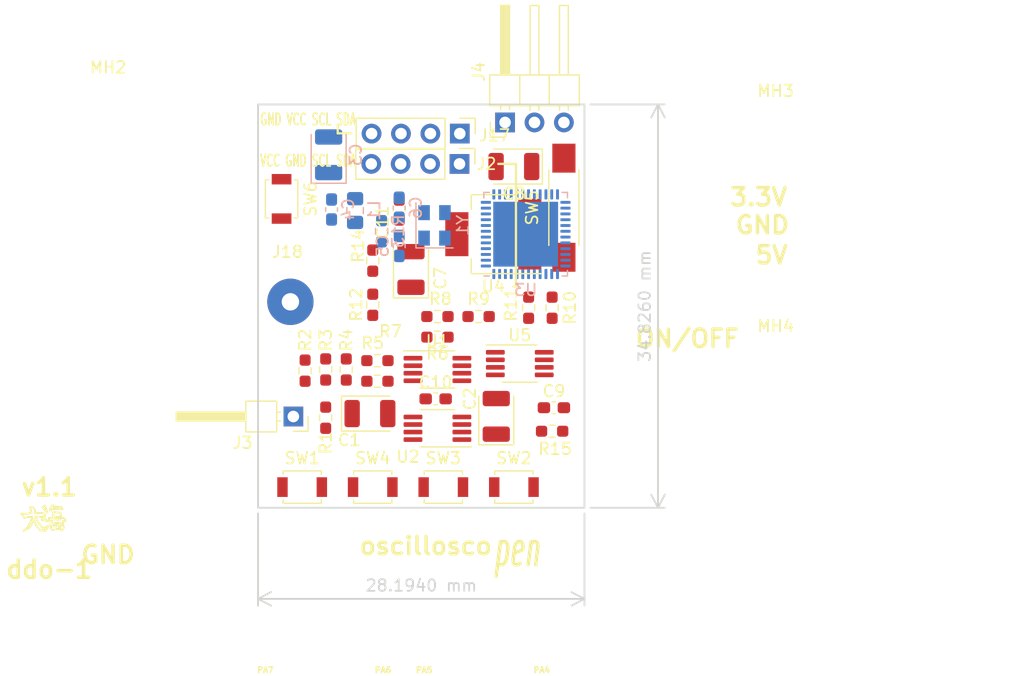
<source format=kicad_pcb>
(kicad_pcb (version 20211014) (generator pcbnew)
  (layers (0 "F.Cu" signal) (31 "B.Cu" signal) (34 "B.Paste" user) (35 "F.Paste" user) (36 "B.SilkS" user "B.Silkscreen") (37 "F.SilkS" user "F.Silkscreen") (38 "B.Mask" user) (39 "F.Mask" user) (44 "Edge.Cuts" user))
  (net 0 "")
  (net 1 "GNDREF")
  (net 2 "Net-(C2-Pad2)")
  (net 3 "Net-(C2-Pad1)")
  (net 4 "Net-(C5-Pad2)")
  (net 5 "Net-(C6-Pad2)")
  (net 6 "/SWCLK")
  (net 7 "/SWDIO")
  (net 8 "VDD")
  (net 9 "/SDA")
  (net 10 "/SCL")
  (net 11 "Net-(R1-Pad1)")
  (net 12 "Net-(R2-Pad1)")
  (net 13 "Net-(R4-Pad1)")
  (net 14 "Net-(R5-Pad1)")
  (net 15 "Net-(R7-Pad1)")
  (net 16 "Net-(R8-Pad1)")
  (net 17 "Net-(R10-Pad1)")
  (net 18 "Net-(R12-Pad2)")
  (net 19 "/KEY1")
  (net 20 "/KEY2")
  (net 21 "/KEY3")
  (net 22 "/KEY4")
  (net 23 "Net-(J3-Pad1)")
  (net 24 "+5V")
  (net 25 "-3V3")
  (net 26 "/RESET#")
  (net 27 "/PA1")
  (net 28 "/PA2")
  (net 29 "/PA3")
  (net 30 "/PA8")
  (net 31 "/PA9")
  (net 32 "/PA10")
  (net 33 "/PA11")
  (net 34 "/PA12")
  (net 35 "/PA15")
  (net 36 "/PC15")
  (net 37 "/PC14")
  (net 38 "/PC13")
  (net 39 "/PB0")
  (net 40 "/PB1")
  (net 41 "/PB2")
  (net 42 "/PB3")
  (net 43 "/PB4")
  (net 44 "/PB5")
  (net 45 "/PB8")
  (net 46 "/PB9")
  (net 47 "/PB11")
  (net 48 "/PB10")
  (net 49 "/PB12")
  (net 50 "/PB15")
  (net 51 "/PB14")
  (net 52 "/PB13")
  (net 53 "/VBAT")
  (net 54 "Net-(U1-Pad5)")
  (net 55 "/VDDA")
  (net 65 "Net-(J4-Pad3)")
  (footprint "Capacitor_Tantalum_SMD:CP_EIA-3528-21_Kemet-B" (layer "F.Cu") (at 234.2015 107.188)
    (fp_text reference "C1" (at -1.7915 2.286) (layer "F.SilkS"))
    (fp_text value "10u")
    (pad "1" smd roundrect (at -1.5375 0) (size 1.325 2.35) (layers "F.Cu" "F.Paste" "F.Mask") (roundrect_rratio 0.188679) (net 1 "GNDREF"))
    (pad "2" smd roundrect (at 1.5375 0) (size 1.325 2.35) (layers "F.Cu" "F.Paste" "F.Mask") (roundrect_rratio 0.188679) (net 25 "-3V3"))
  )
  (footprint "Capacitor_Tantalum_SMD:CP_EIA-3528-21_Kemet-B" (layer "F.Cu") (at 245.11 107.4285 90)
    (fp_text reference "C2" (at 1.5105 -2.286 90) (layer "F.SilkS"))
    (fp_text value "10u")
    (pad "1" smd roundrect (at -1.5375 0 90) (size 1.325 2.35) (layers "F.Cu" "F.Paste" "F.Mask") (roundrect_rratio 0.188679) (net 3 "Net-(C2-Pad1)"))
    (pad "2" smd roundrect (at 1.5375 0 90) (size 1.325 2.35) (layers "F.Cu" "F.Paste" "F.Mask") (roundrect_rratio 0.188679) (net 2 "Net-(C2-Pad2)"))
  )
  (footprint "Capacitor_Tantalum_SMD:CP_EIA-3528-21_Kemet-B" (layer "F.Cu") (at 237.744 94.742 90)
    (fp_text reference "C7" (at -0.762 2.54 90) (layer "F.SilkS"))
    (fp_text value "100u")
    (pad "1" smd roundrect (at -1.5375 0 90) (size 1.325 2.35) (layers "F.Cu" "F.Paste" "F.Mask") (roundrect_rratio 0.188679) (net 8 "VDD"))
    (pad "2" smd roundrect (at 1.5375 0 90) (size 1.325 2.35) (layers "F.Cu" "F.Paste" "F.Mask") (roundrect_rratio 0.188679) (net 1 "GNDREF"))
  )
  (footprint "Capacitor_Tantalum_SMD:CP_EIA-3528-21_Kemet-B" (layer "F.Cu") (at 246.634 85.852 180)
    (fp_text reference "C8" (at 0 -2.35) (layer "F.SilkS"))
    (fp_text value "10u")
    (pad "1" smd roundrect (at -1.5375 0 180) (size 1.325 2.35) (layers "F.Cu" "F.Paste" "F.Mask") (roundrect_rratio 0.188679) (net 24 "+5V"))
    (pad "2" smd roundrect (at 1.5375 0 180) (size 1.325 2.35) (layers "F.Cu" "F.Paste" "F.Mask") (roundrect_rratio 0.188679) (net 1 "GNDREF"))
  )
  (footprint "Resistor_SMD:R_0603_1608Metric_Pad0.98x0.95mm_HandSolder" (layer "F.Cu") (at 230.378 107.5455 -90)
    (fp_text reference "R1" (at 2.1825 0 90) (layer "F.SilkS"))
    (fp_text value "3M")
    (pad "1" smd roundrect (at -0.9125 0 270) (size 0.975 0.95) (layers "F.Cu" "F.Paste" "F.Mask") (net 11 "Net-(R1-Pad1)"))
    (pad "2" smd roundrect (at 0.9125 0 270) (size 0.975 0.95) (layers "F.Cu" "F.Paste" "F.Mask") (net 23 "Net-(J3-Pad1)"))
  )
  (footprint "Resistor_SMD:R_0603_1608Metric_Pad0.98x0.95mm_HandSolder" (layer "F.Cu") (at 228.6 103.4815 -90)
    (fp_text reference "R2" (at -2.6435 0 -90) (layer "F.SilkS"))
    (fp_text value "1M")
    (pad "1" smd roundrect (at -0.9125 0 270) (size 0.975 0.95) (layers "F.Cu" "F.Paste" "F.Mask") (net 12 "Net-(R2-Pad1)"))
    (pad "2" smd roundrect (at 0.9125 0 270) (size 0.975 0.95) (layers "F.Cu" "F.Paste" "F.Mask") (net 11 "Net-(R1-Pad1)"))
  )
  (footprint "Resistor_SMD:R_0603_1608Metric_Pad0.98x0.95mm_HandSolder" (layer "F.Cu") (at 230.378 103.378 -90)
    (fp_text reference "R3" (at -2.54 0 -90) (layer "F.SilkS"))
    (fp_text value "1M")
    (pad "1" smd roundrect (at -0.9125 0 270) (size 0.975 0.95) (layers "F.Cu" "F.Paste" "F.Mask") (net 12 "Net-(R2-Pad1)"))
    (pad "2" smd roundrect (at 0.9125 0 270) (size 0.975 0.95) (layers "F.Cu" "F.Paste" "F.Mask") (net 11 "Net-(R1-Pad1)"))
  )
  (footprint "Resistor_SMD:R_0603_1608Metric_Pad0.98x0.95mm_HandSolder" (layer "F.Cu") (at 232.156 103.378 90)
    (fp_text reference "R4" (at 2.54 0 90) (layer "F.SilkS"))
    (fp_text value "1M")
    (pad "1" smd roundrect (at -0.9125 0 90) (size 0.975 0.95) (layers "F.Cu" "F.Paste" "F.Mask") (net 13 "Net-(R4-Pad1)"))
    (pad "2" smd roundrect (at 0.9125 0 90) (size 0.975 0.95) (layers "F.Cu" "F.Paste" "F.Mask") (net 12 "Net-(R2-Pad1)"))
  )
  (footprint "Resistor_SMD:R_0603_1608Metric_Pad0.98x0.95mm_HandSolder" (layer "F.Cu") (at 234.8465 104.394 180)
    (fp_text reference "R5" (at 0.4045 3.302 180) (layer "F.SilkS"))
    (fp_text value "1M")
    (pad "1" smd roundrect (at -0.9125 0 180) (size 0.975 0.95) (layers "F.Cu" "F.Paste" "F.Mask") (net 14 "Net-(R5-Pad1)"))
    (pad "2" smd roundrect (at 0.9125 0 180) (size 0.975 0.95) (layers "F.Cu" "F.Paste" "F.Mask") (net 13 "Net-(R4-Pad1)"))
  )
  (footprint "Resistor_SMD:R_0603_1608Metric_Pad0.98x0.95mm_HandSolder" (layer "F.Cu") (at 240.03 100.584 180)
    (fp_text reference "R6" (at 0 -1.43) (layer "F.SilkS"))
    (fp_text value "1M")
    (pad "1" smd roundrect (at -0.9125 0 180) (size 0.975 0.95) (layers "F.Cu" "F.Paste" "F.Mask") (net 1 "GNDREF"))
    (pad "2" smd roundrect (at 0.9125 0 180) (size 0.975 0.95) (layers "F.Cu" "F.Paste" "F.Mask") (net 14 "Net-(R5-Pad1)"))
  )
  (footprint "Resistor_SMD:R_0603_1608Metric_Pad0.98x0.95mm_HandSolder" (layer "F.Cu") (at 234.8465 102.616 180)
    (fp_text reference "R7" (at -1.1195 2.54 180) (layer "F.SilkS"))
    (fp_text value "1M")
    (pad "1" smd roundrect (at -0.9125 0 180) (size 0.975 0.95) (layers "F.Cu" "F.Paste" "F.Mask") (net 15 "Net-(R7-Pad1)"))
    (pad "2" smd roundrect (at 0.9125 0 180) (size 0.975 0.95) (layers "F.Cu" "F.Paste" "F.Mask") (net 12 "Net-(R2-Pad1)"))
  )
  (footprint "Resistor_SMD:R_0603_1608Metric_Pad0.98x0.95mm_HandSolder" (layer "F.Cu") (at 240.03 98.806 180)
    (fp_text reference "R8" (at -0.254 1.524) (layer "F.SilkS"))
    (fp_text value "1M")
    (pad "1" smd roundrect (at -0.9125 0 180) (size 0.975 0.95) (layers "F.Cu" "F.Paste" "F.Mask") (net 16 "Net-(R8-Pad1)"))
    (pad "2" smd roundrect (at 0.9125 0 180) (size 0.975 0.95) (layers "F.Cu" "F.Paste" "F.Mask") (net 15 "Net-(R7-Pad1)"))
  )
  (footprint "Resistor_SMD:R_0603_1608Metric_Pad0.98x0.95mm_HandSolder" (layer "F.Cu") (at 243.586 98.806 180)
    (fp_text reference "R9" (at 0 1.524) (layer "F.SilkS"))
    (fp_text value "1M")
    (pad "1" smd roundrect (at -0.9125 0 180) (size 0.975 0.95) (layers "F.Cu" "F.Paste" "F.Mask") (net 1 "GNDREF"))
    (pad "2" smd roundrect (at 0.9125 0 180) (size 0.975 0.95) (layers "F.Cu" "F.Paste" "F.Mask") (net 16 "Net-(R8-Pad1)"))
  )
  (footprint "Resistor_SMD:R_0603_1608Metric_Pad0.98x0.95mm_HandSolder" (layer "F.Cu") (at 247.904 98.044 -90)
    (fp_text reference "R11" (at -0.254 1.524 -90) (layer "F.SilkS"))
    (fp_text value "1k")
    (pad "1" smd roundrect (at -0.9125 0 270) (size 0.975 0.95) (layers "F.Cu" "F.Paste" "F.Mask") (net 1 "GNDREF"))
    (pad "2" smd roundrect (at 0.9125 0 270) (size 0.975 0.95) (layers "F.Cu" "F.Paste" "F.Mask") (net 17 "Net-(R10-Pad1)"))
  )
  (footprint "Resistor_SMD:R_0603_1608Metric_Pad0.98x0.95mm_HandSolder" (layer "F.Cu") (at 234.442 97.79 90)
    (fp_text reference "R12" (at 0 -1.43 90) (layer "F.SilkS"))
    (fp_text value "1k")
    (pad "1" smd roundrect (at -0.9125 0 90) (size 0.975 0.95) (layers "F.Cu" "F.Paste" "F.Mask") (net 1 "GNDREF"))
    (pad "2" smd roundrect (at 0.9125 0 90) (size 0.975 0.95) (layers "F.Cu" "F.Paste" "F.Mask") (net 18 "Net-(R12-Pad2)"))
  )
  (footprint "Button_Switch_SMD:SW_SPST_B3U-1000P-B" (layer "F.Cu") (at 228.346 113.538)
    (fp_text reference "SW1" (at 0 -2.5) (layer "F.SilkS"))
    (fp_text value "SW_Push")
    (pad "" np_thru_hole circle (at 0 0) (size 0.8 0.8) (drill 0.8) (layers *.Cu *.Mask))
    (pad "1" smd rect (at -1.7 0) (size 0.9 1.7) (layers "F.Cu" "F.Paste" "F.Mask") (net 19 "/KEY1"))
    (pad "2" smd rect (at 1.7 0) (size 0.9 1.7) (layers "F.Cu" "F.Paste" "F.Mask") (net 1 "GNDREF"))
  )
  (footprint "Button_Switch_SMD:SW_SPST_B3U-1000P-B" (layer "F.Cu") (at 246.634 113.538)
    (fp_text reference "SW2" (at 0 -2.5) (layer "F.SilkS"))
    (fp_text value "SW_Push")
    (pad "" np_thru_hole circle (at 0 0) (size 0.8 0.8) (drill 0.8) (layers *.Cu *.Mask))
    (pad "1" smd rect (at -1.7 0) (size 0.9 1.7) (layers "F.Cu" "F.Paste" "F.Mask") (net 20 "/KEY2"))
    (pad "2" smd rect (at 1.7 0) (size 0.9 1.7) (layers "F.Cu" "F.Paste" "F.Mask") (net 1 "GNDREF"))
  )
  (footprint "Button_Switch_SMD:SW_SPST_B3U-1000P-B" (layer "F.Cu") (at 240.538 113.538)
    (fp_text reference "SW3" (at 0 -2.5) (layer "F.SilkS"))
    (fp_text value "SW_Push")
    (pad "" np_thru_hole circle (at 0 0) (size 0.8 0.8) (drill 0.8) (layers *.Cu *.Mask))
    (pad "1" smd rect (at -1.7 0) (size 0.9 1.7) (layers "F.Cu" "F.Paste" "F.Mask") (net 21 "/KEY3"))
    (pad "2" smd rect (at 1.7 0) (size 0.9 1.7) (layers "F.Cu" "F.Paste" "F.Mask") (net 1 "GNDREF"))
  )
  (footprint "Button_Switch_SMD:SW_SPST_B3U-1000P-B" (layer "F.Cu") (at 234.442 113.538)
    (fp_text reference "SW4" (at 0 -2.5) (layer "F.SilkS"))
    (fp_text value "SW_Push")
    (pad "" np_thru_hole circle (at 0 0) (size 0.8 0.8) (drill 0.8) (layers *.Cu *.Mask))
    (pad "1" smd rect (at -1.7 0) (size 0.9 1.7) (layers "F.Cu" "F.Paste" "F.Mask") (net 22 "/KEY4"))
    (pad "2" smd rect (at 1.7 0) (size 0.9 1.7) (layers "F.Cu" "F.Paste" "F.Mask") (net 1 "GNDREF"))
  )
  (footprint "Package_SO:MSOP-8_3x3mm_P0.65mm" (layer "F.Cu") (at 240.03 103.378)
    (fp_text reference "U1" (at 0 -2.45) (layer "F.SilkS"))
    (fp_text value "AD623AN")
    (pad "1" smd roundrect (at -2.1125 -0.975) (size 1.625 0.4) (layers "F.Cu" "F.Paste" "F.Mask"))
    (pad "2" smd roundrect (at -2.1125 -0.325) (size 1.625 0.4) (layers "F.Cu" "F.Paste" "F.Mask") (net 15 "Net-(R7-Pad1)"))
    (pad "3" smd roundrect (at -2.1125 0.325) (size 1.625 0.4) (layers "F.Cu" "F.Paste" "F.Mask") (net 14 "Net-(R5-Pad1)"))
    (pad "4" smd roundrect (at -2.1125 0.975) (size 1.625 0.4) (layers "F.Cu" "F.Paste" "F.Mask") (net 25 "-3V3"))
    (pad "5" smd roundrect (at 2.1125 0.975) (size 1.625 0.4) (layers "F.Cu" "F.Paste" "F.Mask") (net 54 "Net-(U1-Pad5)"))
    (pad "6" smd roundrect (at 2.1125 0.325) (size 1.625 0.4) (layers "F.Cu" "F.Paste" "F.Mask") (net 18 "Net-(R12-Pad2)"))
    (pad "7" smd roundrect (at 2.1125 -0.325) (size 1.625 0.4) (layers "F.Cu" "F.Paste" "F.Mask") (net 8 "VDD"))
    (pad "8" smd roundrect (at 2.1125 -0.975) (size 1.625 0.4) (layers "F.Cu" "F.Paste" "F.Mask"))
  )
  (footprint "Package_SO:MSOP-8_3x3mm_P0.65mm" (layer "F.Cu") (at 240.03 108.458 180)
    (fp_text reference "U2" (at 2.54 -2.45 180) (layer "F.SilkS"))
    (fp_text value "ICL7660")
    (pad "1" smd roundrect (at -2.1125 -0.975 180) (size 1.625 0.4) (layers "F.Cu" "F.Paste" "F.Mask"))
    (pad "2" smd roundrect (at -2.1125 -0.325 180) (size 1.625 0.4) (layers "F.Cu" "F.Paste" "F.Mask") (net 3 "Net-(C2-Pad1)"))
    (pad "3" smd roundrect (at -2.1125 0.325 180) (size 1.625 0.4) (layers "F.Cu" "F.Paste" "F.Mask") (net 1 "GNDREF"))
    (pad "4" smd roundrect (at -2.1125 0.975 180) (size 1.625 0.4) (layers "F.Cu" "F.Paste" "F.Mask") (net 2 "Net-(C2-Pad2)"))
    (pad "5" smd roundrect (at 2.1125 0.975 180) (size 1.625 0.4) (layers "F.Cu" "F.Paste" "F.Mask") (net 25 "-3V3"))
    (pad "6" smd roundrect (at 2.1125 0.325 180) (size 1.625 0.4) (layers "F.Cu" "F.Paste" "F.Mask"))
    (pad "7" smd roundrect (at 2.1125 -0.325 180) (size 1.625 0.4) (layers "F.Cu" "F.Paste" "F.Mask"))
    (pad "8" smd roundrect (at 2.1125 -0.975 180) (size 1.625 0.4) (layers "F.Cu" "F.Paste" "F.Mask") (net 8 "VDD"))
  )
  (footprint "Package_TO_SOT_SMD:SOT-223-3_TabPin2" (layer "F.Cu") (at 244.856 91.694 180)
    (fp_text reference "U4" (at 0 -4.5) (layer "F.SilkS"))
    (fp_text value "AP1117-33")
    (pad "1" smd rect locked (at -3.15 -2.3 180) (size 2 1.5) (layers "F.Cu" "F.Paste" "F.Mask") (net 1 "GNDREF"))
    (pad "2" smd rect locked (at 3.15 0 180) (size 2 3.8) (layers "F.Cu" "F.Paste" "F.Mask") (net 8 "VDD"))
    (pad "2" smd rect locked (at -3.15 0 180) (size 2 1.5) (layers "F.Cu" "F.Paste" "F.Mask") (net 8 "VDD"))
    (pad "3" smd rect locked (at -3.15 2.3 180) (size 2 1.5) (layers "F.Cu" "F.Paste" "F.Mask") (net 24 "+5V"))
  )
  (footprint "Connector_PinHeader_2.54mm:PinHeader_1x04_P2.54mm_Vertical" (layer "F.Cu") (at 241.935 85.6234 -90)
    (fp_text reference "J2" (at 0 -2.33) (layer "F.SilkS"))
    (fp_text value "OLED")
    (pad "1" thru_hole rect locked (at 0 0 270) (size 1.7 1.7) (drill 1) (layers *.Cu *.Mask) (net 9 "/SDA"))
    (pad "2" thru_hole oval locked (at 0 2.54 270) (size 1.7 1.7) (drill 1) (layers *.Cu *.Mask) (net 10 "/SCL"))
    (pad "3" thru_hole oval locked (at 0 5.08 270) (size 1.7 1.7) (drill 1) (layers *.Cu *.Mask) (net 1 "GNDREF"))
    (pad "4" thru_hole oval locked (at 0 7.62 270) (size 1.7 1.7) (drill 1) (layers *.Cu *.Mask) (net 8 "VDD"))
  )
  (footprint "Capacitor_SMD:C_0603_1608Metric_Pad1.08x0.95mm_HandSolder" (layer "F.Cu") (at 236.728 89.5615 90)
    (fp_text reference "C11" (at -1.1165 -1.43 90) (layer "F.SilkS"))
    (fp_text value "100n")
    (pad "1" smd roundrect (at -0.8625 0 90) (size 1.075 0.95) (layers "F.Cu" "F.Paste" "F.Mask") (net 26 "/RESET#"))
    (pad "2" smd roundrect (at 0.8625 0 90) (size 1.075 0.95) (layers "F.Cu" "F.Paste" "F.Mask") (net 1 "GNDREF"))
  )
  (footprint "Resistor_SMD:R_0603_1608Metric_Pad0.98x0.95mm_HandSolder" (layer "F.Cu") (at 249.936 108.712)
    (fp_text reference "R15" (at 0.254724 1.524) (layer "F.SilkS"))
    (fp_text value "10k")
    (pad "1" smd roundrect (at -0.9125 0) (size 0.975 0.95) (layers "F.Cu" "F.Paste" "F.Mask") (net 8 "VDD"))
    (pad "2" smd roundrect (at 0.9125 0) (size 0.975 0.95) (layers "F.Cu" "F.Paste" "F.Mask") (net 26 "/RESET#"))
  )
  (footprint "Button_Switch_SMD:SW_SPST_B3U-1000P-B" (layer "F.Cu") (at 226.568 88.646 -90)
    (fp_text reference "SW6" (at 0 -2.5 90) (layer "F.SilkS"))
    (fp_text value "RESET")
    (pad "" np_thru_hole circle (at 0 0 270) (size 0.8 0.8) (drill 0.8) (layers *.Cu *.Mask))
    (pad "1" smd rect (at -1.7 0 270) (size 0.9 1.7) (layers "F.Cu" "F.Paste" "F.Mask") (net 26 "/RESET#"))
    (pad "2" smd rect (at 1.7 0 270) (size 0.9 1.7) (layers "F.Cu" "F.Paste" "F.Mask") (net 1 "GNDREF"))
  )
  (footprint "Symbol:dahai_tiny" (layer "F.Cu") (at 206.1591 118.4035)
    (fp_text reference "REF**")
    (fp_text value "dahai_tiny")
  )
  (footprint "Connector_PinHeader_2.54mm:PinHeader_1x04_P2.54mm_Vertical" (layer "F.Cu") (at 241.9604 83.0072 -90)
    (fp_text reference "J17" (at 0.1524 -2.9972) (layer "F.SilkS"))
    (fp_text value "OLED")
    (pad "1" thru_hole rect locked (at 0 0 270) (size 1.7 1.7) (drill 1) (layers *.Cu *.Mask) (net 9 "/SDA"))
    (pad "2" thru_hole oval locked (at 0 2.54 270) (size 1.7 1.7) (drill 1) (layers *.Cu *.Mask) (net 10 "/SCL"))
    (pad "3" thru_hole oval locked (at 0 5.08 270) (size 1.7 1.7) (drill 1) (layers *.Cu *.Mask) (net 8 "VDD"))
    (pad "4" thru_hole oval locked (at 0 7.62 270) (size 1.7 1.7) (drill 1) (layers *.Cu *.Mask) (net 1 "GNDREF"))
  )
  (footprint "Resistor_SMD:R_0603_1608Metric_Pad0.98x0.95mm_HandSolder" (layer "F.Cu") (at 234.442 93.98 -90)
    (fp_text reference "R14" (at -1.27 1.27 90) (layer "F.SilkS"))
    (fp_text value "n/a")
    (pad "1" smd roundrect (at -0.9125 0 270) (size 0.975 0.95) (layers "F.Cu" "F.Paste" "F.Mask") (net 8 "VDD"))
    (pad "2" smd roundrect (at 0.9125 0 270) (size 0.975 0.95) (layers "F.Cu" "F.Paste" "F.Mask") (net 18 "Net-(R12-Pad2)"))
  )
  (footprint "Capacitor_SMD:C_0603_1608Metric_Pad1.08x0.95mm_HandSolder" (layer "F.Cu") (at 250.0895 106.68)
    (fp_text reference "C9" (at 0 -1.43) (layer "F.SilkS"))
    (fp_text value "100n")
    (pad "1" smd roundrect (at -0.8625 0) (size 1.075 0.95) (layers "F.Cu" "F.Paste" "F.Mask") (net 8 "VDD"))
    (pad "2" smd roundrect (at 0.8625 0) (size 1.075 0.95) (layers "F.Cu" "F.Paste" "F.Mask") (net 1 "GNDREF"))
  )
  (footprint "Capacitor_SMD:C_0603_1608Metric_Pad1.08x0.95mm_HandSolder" (layer "F.Cu") (at 239.8765 105.918)
    (fp_text reference "C10" (at 0 -1.43) (layer "F.SilkS"))
    (fp_text value "100n")
    (pad "1" smd roundrect (at -0.8625 0) (size 1.075 0.95) (layers "F.Cu" "F.Paste" "F.Mask") (net 25 "-3V3"))
    (pad "2" smd roundrect (at 0.8625 0) (size 1.075 0.95) (layers "F.Cu" "F.Paste" "F.Mask") (net 1 "GNDREF"))
  )
  (footprint "Connector_PinHeader_2.54mm:PinHeader_1x01_P2.54mm_Horizontal" (layer "F.Cu") (at 227.584 107.442 180)
    (fp_text reference "J3" (at 4.385 -2.27) (layer "F.SilkS"))
    (fp_text value "tip")
    (pad "1" thru_hole rect (at 0 0 180) (size 1.7 1.7) (drill 1) (layers *.Cu *.Mask) (net 23 "Net-(J3-Pad1)"))
  )
  (footprint "Package_SO:MSOP-8_3x3mm_P0.65mm" (layer "F.Cu") (at 247.142 102.87)
    (fp_text reference "U5" (at 0 -2.45) (layer "F.SilkS"))
    (fp_text value "XXX")
    (pad "1" smd roundrect (at -2.1125 -0.975) (size 1.625 0.4) (layers "F.Cu" "F.Paste" "F.Mask"))
    (pad "2" smd roundrect (at -2.1125 -0.325) (size 1.625 0.4) (layers "F.Cu" "F.Paste" "F.Mask") (net 54 "Net-(U1-Pad5)"))
    (pad "3" smd roundrect (at -2.1125 0.325) (size 1.625 0.4) (layers "F.Cu" "F.Paste" "F.Mask") (net 17 "Net-(R10-Pad1)"))
    (pad "4" smd roundrect (at -2.1125 0.975) (size 1.625 0.4) (layers "F.Cu" "F.Paste" "F.Mask") (net 1 "GNDREF"))
    (pad "5" smd roundrect (at 2.1125 0.975) (size 1.625 0.4) (layers "F.Cu" "F.Paste" "F.Mask"))
    (pad "6" smd roundrect (at 2.1125 0.325) (size 1.625 0.4) (layers "F.Cu" "F.Paste" "F.Mask") (net 54 "Net-(U1-Pad5)"))
    (pad "7" smd roundrect (at 2.1125 -0.325) (size 1.625 0.4) (layers "F.Cu" "F.Paste" "F.Mask") (net 8 "VDD"))
    (pad "8" smd roundrect (at 2.1125 -0.975) (size 1.625 0.4) (layers "F.Cu" "F.Paste" "F.Mask"))
  )
  (footprint "Connector_PinHeader_2.54mm:PinHeader_1x03_P2.54mm_Horizontal" (layer "F.Cu") (at 245.872 82.042 90)
    (fp_text reference "J4" (at 4.385 -2.27 90) (layer "F.SilkS"))
    (fp_text value "power")
    (pad "1" thru_hole rect (at 0 0 90) (size 1.7 1.7) (drill 1) (layers *.Cu *.Mask) (net 8 "VDD"))
    (pad "2" thru_hole oval (at 0 2.54 90) (size 1.7 1.7) (drill 1) (layers *.Cu *.Mask) (net 1 "GNDREF"))
    (pad "3" thru_hole oval (at 0 5.08 90) (size 1.7 1.7) (drill 1) (layers *.Cu *.Mask) (net 65 "Net-(J4-Pad3)"))
  )
  (footprint "Button_Switch_SMD:SW_SPST_REED_CT05-XXXX-G1" (layer "F.Cu") (at 250.952 89.408 -90)
    (fp_text reference "SW5" (at 0 2.75 90) (layer "F.SilkS"))
    (fp_text value "POWER")
    (pad "1" smd rect (at -4.28 0 270) (size 2.5 2) (layers "F.Cu" "F.Paste" "F.Mask") (net 65 "Net-(J4-Pad3)"))
    (pad "2" smd rect (at 4.28 0 270) (size 2.5 2) (layers "F.Cu" "F.Paste" "F.Mask") (net 24 "+5V"))
  )
  (footprint "Resistor_SMD:R_0603_1608Metric_Pad0.98x0.95mm_HandSolder" (layer "F.Cu") (at 249.936 98.044 90)
    (fp_text reference "R10" (at 0 1.524 90) (layer "F.SilkS"))
    (fp_text value "1k")
    (pad "1" smd roundrect (at -0.9125 0 90) (size 0.975 0.95) (layers "F.Cu" "F.Paste" "F.Mask") (net 17 "Net-(R10-Pad1)"))
    (pad "2" smd roundrect (at 0.9125 0 90) (size 0.975 0.95) (layers "F.Cu" "F.Paste" "F.Mask") (net 8 "VDD"))
  )
  (footprint "MountingHole:MountingHole_3.5mm" (layer "F.Cu") (at 211.582 104.14)
    (fp_text reference "MH1")
    (fp_text value "MountingHole")
    (pad "" np_thru_hole circle locked (at 0 0) (size 3.5 3.5) (drill 3.5) (layers *.Cu *.Mask))
  )
  (footprint "Connector_Wire:SolderWirePad_1x01_Drill1.5mm" (layer "F.Cu") (at 227.33 97.536)
    (fp_text reference "J18" (at -0.254 -4.318) (layer "F.SilkS"))
    (fp_text value "GND")
    (pad "1" thru_hole circle locked (at 0 0) (size 4.0005 4.0005) (drill 1.50114) (layers *.Cu *.Mask) (net 1 "GNDREF"))
  )
  (footprint "MountingHole:MountingHole_3.5mm" (layer "F.Cu") (at 211.582 81.788)
    (fp_text reference "MH2" (at 0 -4.5) (layer "F.SilkS"))
    (fp_text value "MountingHole")
    (pad "" np_thru_hole circle locked (at 0 0) (size 3.5 3.5) (drill 3.5) (layers *.Cu *.Mask))
  )
  (footprint "MountingHole:MountingHole_3.5mm" (layer "F.Cu") (at 269.24 83.82)
    (fp_text reference "MH3" (at 0 -4.5) (layer "F.SilkS"))
    (fp_text value "MountingHole")
    (pad "" np_thru_hole circle locked (at 0 0) (size 3.5 3.5) (drill 3.5) (layers *.Cu *.Mask))
  )
  (footprint "MountingHole:MountingHole_3.5mm" (layer "F.Cu") (at 269.24 104.14)
    (fp_text reference "MH4" (at 0 -4.5) (layer "F.SilkS"))
    (fp_text value "MountingHole")
    (pad "" np_thru_hole circle locked (at 0 0) (size 3.5 3.5) (drill 3.5) (layers *.Cu *.Mask))
  )
  (footprint "Capacitor_Tantalum_SMD:CP_EIA-3528-21_Kemet-B" (layer "B.Cu") (at 230.632 84.836 90)
    (fp_text reference "C3" (at 0 2.35 90) (layer "B.SilkS") (effects (justify mirror)))
    (fp_text value "10u")
    (pad "1" smd roundrect (at -1.5375 0 90) (size 1.325 2.35) (layers "B.Cu" "B.Paste" "B.Mask") (roundrect_rratio 0.188679) (net 55 "/VDDA"))
    (pad "2" smd roundrect (at 1.5375 0 90) (size 1.325 2.35) (layers "B.Cu" "B.Paste" "B.Mask") (roundrect_rratio 0.188679) (net 1 "GNDREF"))
  )
  (footprint "Inductor_SMD:L_0805_2012Metric_Pad1.15x1.40mm_HandSolder" (layer "B.Cu") (at 232.918 89.653 90)
    (fp_text reference "L1" (at 0 1.65 90) (layer "B.SilkS") (effects (justify mirror)))
    (fp_text value "47u")
    (pad "1" smd roundrect (at -1.025 0 90) (size 1.15 1.4) (layers "B.Cu" "B.Paste" "B.Mask") (roundrect_rratio 0.217391) (net 55 "/VDDA"))
    (pad "2" smd roundrect (at 1.025 0 90) (size 1.15 1.4) (layers "B.Cu" "B.Paste" "B.Mask") (roundrect_rratio 0.217391) (net 8 "VDD"))
  )
  (footprint "Resistor_SMD:R_0603_1608Metric_Pad0.98x0.95mm_HandSolder" (layer "B.Cu") (at 235.204 91.44 90)
    (fp_text reference "R13" (at 0 1.43 90) (layer "B.SilkS") (effects (justify mirror)))
    (fp_text value "1M")
    (pad "1" smd roundrect (at -0.9125 0 90) (size 0.975 0.95) (layers "B.Cu" "B.Paste" "B.Mask") (net 4 "Net-(C5-Pad2)"))
    (pad "2" smd roundrect (at 0.9125 0 90) (size 0.975 0.95) (layers "B.Cu" "B.Paste" "B.Mask") (net 5 "Net-(C6-Pad2)"))
  )
  (footprint "Crystal:Crystal_SMD_EuroQuartz_MT-4Pin_3.2x2.5mm" (layer "B.Cu") (at 239.776 90.932 90)
    (fp_text reference "Y1" (at 0 2.45 270) (layer "B.SilkS") (effects (justify mirror)))
    (fp_text value "8MHz")
    (pad "1" smd rect (at -1.1 -0.9 90) (size 1.3 1) (layers "B.Cu" "B.Paste" "B.Mask") (net 4 "Net-(C5-Pad2)"))
    (pad "2" smd rect (at 1.1 -0.9 90) (size 1.3 1) (layers "B.Cu" "B.Paste" "B.Mask") (net 5 "Net-(C6-Pad2)"))
    (pad "3" smd rect (at 1.1 0.9 90) (size 1.3 1) (layers "B.Cu" "B.Paste" "B.Mask"))
    (pad "4" smd rect (at -1.1 0.9 90) (size 1.3 1) (layers "B.Cu" "B.Paste" "B.Mask"))
  )
  (footprint "Capacitor_SMD:C_0603_1608Metric_Pad1.08x0.95mm_HandSolder" (layer "B.Cu") (at 230.886 89.5615 90)
    (fp_text reference "C4" (at 0 1.43 90) (layer "B.SilkS") (effects (justify mirror)))
    (fp_text value "10n")
    (pad "1" smd roundrect (at -0.8625 0 90) (size 1.075 0.95) (layers "B.Cu" "B.Paste" "B.Mask") (net 55 "/VDDA"))
    (pad "2" smd roundrect (at 0.8625 0 90) (size 1.075 0.95) (layers "B.Cu" "B.Paste" "B.Mask") (net 1 "GNDREF"))
  )
  (footprint "Capacitor_SMD:C_0603_1608Metric_Pad1.08x0.95mm_HandSolder" (layer "B.Cu") (at 236.728 92.71 -90)
    (fp_text reference "C5" (at 0 1.43 90) (layer "B.SilkS") (effects (justify mirror)))
    (fp_text value "20p")
    (pad "1" smd roundrect (at -0.8625 0 270) (size 1.075 0.95) (layers "B.Cu" "B.Paste" "B.Mask") (net 1 "GNDREF"))
    (pad "2" smd roundrect (at 0.8625 0 270) (size 1.075 0.95) (layers "B.Cu" "B.Paste" "B.Mask") (net 4 "Net-(C5-Pad2)"))
  )
  (footprint "Capacitor_SMD:C_0603_1608Metric_Pad1.08x0.95mm_HandSolder" (layer "B.Cu") (at 236.728 89.408 90)
    (fp_text reference "C6" (at 0 1.43 90) (layer "B.SilkS") (effects (justify mirror)))
    (fp_text value "20p")
    (pad "1" smd roundrect (at -0.8625 0 90) (size 1.075 0.95) (layers "B.Cu" "B.Paste" "B.Mask") (net 1 "GNDREF"))
    (pad "2" smd roundrect (at 0.8625 0 90) (size 1.075 0.95) (layers "B.Cu" "B.Paste" "B.Mask") (net 5 "Net-(C6-Pad2)"))
  )
  (footprint "Package_DFN_QFN:QFN-48-1EP_7x7mm_P0.5mm_EP5.6x5.6mm" (layer "B.Cu") (at 247.65 91.694)
    (fp_text reference "U3" (at 0 4.82) (layer "B.SilkS") (effects (justify mirror)))
    (fp_text value "STM32F103C6Ux")
    (pad "1" smd roundrect (at -3.4375 2.75) (size 0.875 0.25) (layers "B.Cu" "B.Paste" "B.Mask") (net 53 "/VBAT"))
    (pad "2" smd roundrect (at -3.4375 2.25) (size 0.875 0.25) (layers "B.Cu" "B.Paste" "B.Mask") (net 38 "/PC13"))
    (pad "3" smd roundrect (at -3.4375 1.75) (size 0.875 0.25) (layers "B.Cu" "B.Paste" "B.Mask") (net 37 "/PC14"))
    (pad "4" smd roundrect (at -3.4375 1.25) (size 0.875 0.25) (layers "B.Cu" "B.Paste" "B.Mask") (net 36 "/PC15"))
    (pad "5" smd roundrect (at -3.4375 0.75) (size 0.875 0.25) (layers "B.Cu" "B.Paste" "B.Mask") (net 4 "Net-(C5-Pad2)"))
    (pad "6" smd roundrect (at -3.4375 0.25) (size 0.875 0.25) (layers "B.Cu" "B.Paste" "B.Mask") (net 5 "Net-(C6-Pad2)"))
    (pad "7" smd roundrect (at -3.4375 -0.25) (size 0.875 0.25) (layers "B.Cu" "B.Paste" "B.Mask") (net 26 "/RESET#"))
    (pad "8" smd roundrect (at -3.4375 -0.75) (size 0.875 0.25) (layers "B.Cu" "B.Paste" "B.Mask"))
    (pad "9" smd roundrect (at -3.4375 -1.25) (size 0.875 0.25) (layers "B.Cu" "B.Paste" "B.Mask") (net 55 "/VDDA"))
    (pad "10" smd roundrect (at -3.4375 -1.75) (size 0.875 0.25) (layers "B.Cu" "B.Paste" "B.Mask") (net 18 "Net-(R12-Pad2)"))
    (pad "11" smd roundrect (at -3.4375 -2.25) (size 0.875 0.25) (layers "B.Cu" "B.Paste" "B.Mask") (net 27 "/PA1"))
    (pad "12" smd roundrect (at -3.4375 -2.75) (size 0.875 0.25) (layers "B.Cu" "B.Paste" "B.Mask") (net 28 "/PA2"))
    (pad "13" smd roundrect (at -2.75 -3.4375) (size 0.25 0.875) (layers "B.Cu" "B.Paste" "B.Mask") (net 29 "/PA3"))
    (pad "14" smd roundrect (at -2.25 -3.4375) (size 0.25 0.875) (layers "B.Cu" "B.Paste" "B.Mask") (net 19 "/KEY1"))
    (pad "15" smd roundrect (at -1.75 -3.4375) (size 0.25 0.875) (layers "B.Cu" "B.Paste" "B.Mask") (net 20 "/KEY2"))
    (pad "16" smd roundrect (at -1.25 -3.4375) (size 0.25 0.875) (layers "B.Cu" "B.Paste" "B.Mask") (net 21 "/KEY3"))
    (pad "17" smd roundrect (at -0.75 -3.4375) (size 0.25 0.875) (layers "B.Cu" "B.Paste" "B.Mask") (net 22 "/KEY4"))
    (pad "18" smd roundrect (at -0.25 -3.4375) (size 0.25 0.875) (layers "B.Cu" "B.Paste" "B.Mask") (net 39 "/PB0"))
    (pad "19" smd roundrect (at 0.25 -3.4375) (size 0.25 0.875) (layers "B.Cu" "B.Paste" "B.Mask") (net 40 "/PB1"))
    (pad "20" smd roundrect (at 0.75 -3.4375) (size 0.25 0.875) (layers "B.Cu" "B.Paste" "B.Mask") (net 41 "/PB2"))
    (pad "21" smd roundrect (at 1.25 -3.4375) (size 0.25 0.875) (layers "B.Cu" "B.Paste" "B.Mask") (net 48 "/PB10"))
    (pad "22" smd roundrect (at 1.75 -3.4375) (size 0.25 0.875) (layers "B.Cu" "B.Paste" "B.Mask") (net 47 "/PB11"))
    (pad "23" smd roundrect (at 2.25 -3.4375) (size 0.25 0.875) (layers "B.Cu" "B.Paste" "B.Mask") (net 1 "GNDREF"))
    (pad "24" smd roundrect (at 2.75 -3.4375) (size 0.25 0.875) (layers "B.Cu" "B.Paste" "B.Mask") (net 8 "VDD"))
    (pad "25" smd roundrect (at 3.4375 -2.75) (size 0.875 0.25) (layers "B.Cu" "B.Paste" "B.Mask") (net 49 "/PB12"))
    (pad "26" smd roundrect (at 3.4375 -2.25) (size 0.875 0.25) (layers "B.Cu" "B.Paste" "B.Mask") (net 52 "/PB13"))
    (pad "27" smd roundrect (at 3.4375 -1.75) (size 0.875 0.25) (layers "B.Cu" "B.Paste" "B.Mask") (net 51 "/PB14"))
    (pad "28" smd roundrect (at 3.4375 -1.25) (size 0.875 0.25) (layers "B.Cu" "B.Paste" "B.Mask") (net 50 "/PB15"))
    (pad "29" smd roundrect (at 3.4375 -0.75) (size 0.875 0.25) (layers "B.Cu" "B.Paste" "B.Mask") (net 30 "/PA8"))
    (pad "30" smd roundrect (at 3.4375 -0.25) (size 0.875 0.25) (layers "B.Cu" "B.Paste" "B.Mask") (net 31 "/PA9"))
    (pad "31" smd roundrect (at 3.4375 0.25) (size 0.875 0.25) (layers "B.Cu" "B.Paste" "B.Mask") (net 32 "/PA10"))
    (pad "32" smd roundrect (at 3.4375 0.75) (size 0.875 0.25) (layers "B.Cu" "B.Paste" "B.Mask") (net 33 "/PA11"))
    (pad "33" smd roundrect (at 3.4375 1.25) (size 0.875 0.25) (layers "B.Cu" "B.Paste" "B.Mask") (net 34 "/PA12"))
    (pad "34" smd roundrect (at 3.4375 1.75) (size 0.875 0.25) (layers "B.Cu" "B.Paste" "B.Mask") (net 7 "/SWDIO"))
    (pad "35" smd roundrect (at 3.4375 2.25) (size 0.875 0.25) (layers "B.Cu" "B.Paste" "B.Mask") (net 1 "GNDREF"))
    (pad "36" smd roundrect (at 3.4375 2.75) (size 0.875 0.25) (layers "B.Cu" "B.Paste" "B.Mask") (net 8 "VDD"))
    (pad "37" smd roundrect (at 2.75 3.4375) (size 0.25 0.875) (layers "B.Cu" "B.Paste" "B.Mask") (net 6 "/SWCLK"))
    (pad "38" smd roundrect (at 2.25 3.4375) (size 0.25 0.875) (layers "B.Cu" "B.Paste" "B.Mask") (net 35 "/PA15"))
    (pad "39" smd roundrect (at 1.75 3.4375) (size 0.25 0.875) (layers "B.Cu" "B.Paste" "B.Mask") (net 42 "/PB3"))
    (pad "40" smd roundrect (at 1.25 3.4375) (size 0.25 0.875) (layers "B.Cu" "B.Paste" "B.Mask") (net 43 "/PB4"))
    (pad "41" smd roundrect (at 0.75 3.4375) (size 0.25 0.875) (layers "B.Cu" "B.Paste" "B.Mask") (net 44 "/PB5"))
    (pad "42" smd roundrect (at 0.25 3.4375) (size 0.25 0.875) (layers "B.Cu" "B.Paste" "B.Mask") (net 10 "/SCL"))
    (pad "43" smd roundrect (at -0.25 3.4375) (size 0.25 0.875) (layers "B.Cu" "B.Paste" "B.Mask") (net 9 "/SDA"))
    (pad "44" smd roundrect (at -0.75 3.4375) (size 0.25 0.875) (layers "B.Cu" "B.Paste" "B.Mask"))
    (pad "45" smd roundrect (at -1.25 3.4375) (size 0.25 0.875) (layers "B.Cu" "B.Paste" "B.Mask") (net 45 "/PB8"))
    (pad "46" smd roundrect (at -1.75 3.4375) (size 0.25 0.875) (layers "B.Cu" "B.Paste" "B.Mask") (net 46 "/PB9"))
    (pad "47" smd roundrect (at -2.25 3.4375) (size 0.25 0.875) (layers "B.Cu" "B.Paste" "B.Mask") (net 1 "GNDREF"))
    (pad "48" smd roundrect (at -2.75 3.4375) (size 0.25 0.875) (layers "B.Cu" "B.Paste" "B.Mask") (net 8 "VDD"))
    (pad "49" smd rect (at 0 0) (size 5.6 5.6) (layers "B.Cu" "B.Mask") (net 1 "GNDREF"))
  )
  (gr_line (start 246.8118 96.2152) (end 246.8118 85.6234) (layer "F.SilkS") (width 0.2))
  (gr_line (start 231.4194 82.9818) (end 232.5878 82.9818) (layer "F.SilkS") (width 0.2))
  (gr_line (start 246.8118 85.6234) (end 245.2878 85.6234) (layer "F.SilkS") (width 0.2))
  (gr_line (start 246.5832 96.2152) (end 246.8118 96.2152) (layer "F.SilkS") (width 0.2))
  (gr_line (start 231.4194 82.296) (end 231.4194 82.9818) (layer "F.SilkS") (width 0.2))
  (gr_line (start 224.536 80.49) (end 224.536 115.316) (layer "Edge.Cuts") (width 0.15))
  (gr_line (start 252.73 80.49) (end 252.73 115.316) (layer "Edge.Cuts") (width 0.15))
  (gr_line (start 252.73 115.316) (end 224.536 115.316) (layer "Edge.Cuts") (width 0.15))
  (gr_line (start 224.536 80.49) (end 252.73 80.49) (layer "Edge.Cuts") (width 0.15))
  (gr_text "PA4" (at 249.047 129.3368) (layer "F.SilkS") (effects (font (size 0.5 0.5) (thickness 0.125))))
  (gr_text "PA5" (at 238.887 129.3368) (layer "F.SilkS") (effects (font (size 0.5 0.5) (thickness 0.125))))
  (gr_text "PA6" (at 235.331 129.3368) (layer "F.SilkS") (effects (font (size 0.5 0.5) (thickness 0.125))))
  (gr_text "PA7" (at 225.171 129.3368) (layer "F.SilkS") (effects (font (size 0.5 0.5) (thickness 0.125))))
  (gr_text "oscillosco" (at 239.014 118.618) (layer "F.SilkS") (effects (font (size 1.5 1.5) (thickness 0.3))))
  (gr_text "ON/OFF" (at 261.62 100.711) (layer "F.SilkS") (effects (font (size 1.5 1.5) (thickness 0.3))))
  (gr_text "GND" (at 268.097 90.9066) (layer "F.SilkS") (effects (font (size 1.5 1.5) (thickness 0.3))))
  (gr_text "5V" (at 268.8844 93.4974) (layer "F.SilkS") (effects (font (size 1.5 1.5) (thickness 0.3))))
  (gr_text "GND" (at 211.582 119.38) (layer "F.SilkS") (effects (font (size 1.5 1.5) (thickness 0.3))))
  (gr_text "v1.1" (at 206.502 113.538) (layer "F.SilkS") (effects (font (size 1.5 1.5) (thickness 0.3))))
  (gr_text "pen" (at 246.888 118.872) (layer "F.SilkS") (effects (font (size 3 1.5) (thickness 0.3) italic)))
  (gr_text "GND VCC SCL SDA" (at 228.854 81.788) (layer "F.SilkS") (effects (font (size 1 0.6))))
  (gr_text "3.3V" (at 267.7668 88.4936) (layer "F.SilkS") (effects (font (size 1.5 1.5) (thickness 0.3))))
  (gr_text "ddo-1" (at 206.502 120.65) (layer "F.SilkS") (effects (font (size 1.5 1.5) (thickness 0.3))))
  (gr_text "VCC GND SCL SDA" (at 228.854 85.344) (layer "F.SilkS") (effects (font (size 1 0.6))))
  (dimension (type aligned) (layer "Edge.Cuts") (pts (xy 252.73 115.316) (xy 252.73 80.49)) (height 6.35) (gr_text "34.8260 mm" (at 257.93 97.903 90) (layer "Edge.Cuts") (effects (font (size 1 1) (thickness 0.15)))) (format (units 3) (units_format 1) (precision 4)) (style (thickness 0.15) (arrow_length 1.27) (text_position_mode 0) (extension_height 0.58642) (extension_offset 0.5) keep_text_aligned))
  (dimension (type aligned) (layer "Edge.Cuts") (pts (xy 224.536 115.316) (xy 252.73 115.316)) (height 7.874) (gr_text "28.1940 mm" (at 238.633 122.04) (layer "Edge.Cuts") (effects (font (size 1 1) (thickness 0.15)))) (format (units 3) (units_format 1) (precision 4)) (style (thickness 0.15) (arrow_length 1.27) (text_position_mode 0) (extension_height 0.58642) (extension_offset 0.5) keep_text_aligned))
)
</source>
